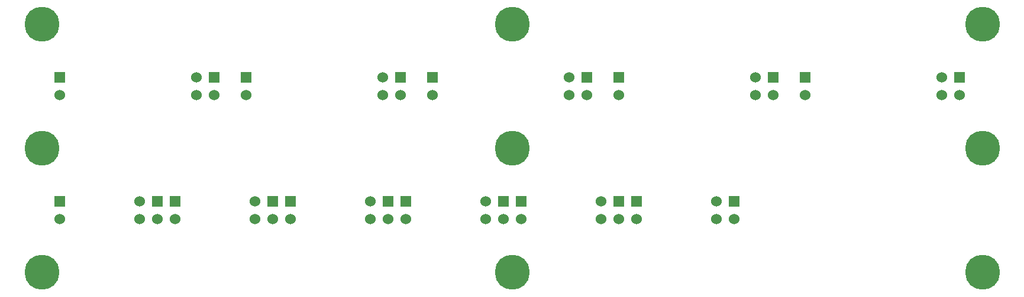
<source format=gbl>
G04 Layer: BottomLayer*
G04 EasyEDA v6.5.29, 2023-07-09 11:22:14*
G04 16bb6769e9674cb0b1f37b37bddf88b5,5a6b42c53f6a479593ecc07194224c93,10*
G04 Gerber Generator version 0.2*
G04 Scale: 100 percent, Rotated: No, Reflected: No *
G04 Dimensions in millimeters *
G04 leading zeros omitted , absolute positions ,4 integer and 5 decimal *
%FSLAX45Y45*%
%MOMM*%

%AMMACRO1*21,1,$1,$2,0,0,$3*%
%ADD10R,1.5240X1.5240*%
%ADD11C,1.5240*%
%ADD12MACRO1,1.524X1.524X-90.0000*%
%ADD13C,5.0000*%

%LPD*%
D10*
G01*
X635000Y1396974D03*
D11*
G01*
X635000Y1142974D03*
D12*
G01*
X2032000Y1396979D03*
D11*
G01*
X1778000Y1396974D03*
G01*
X2032000Y1142974D03*
G01*
X1778000Y1142974D03*
D12*
G01*
X3682994Y1396977D03*
D11*
G01*
X3429000Y1396974D03*
G01*
X3683000Y1142974D03*
G01*
X3429000Y1142974D03*
D10*
G01*
X2286000Y1396974D03*
D11*
G01*
X2286000Y1142974D03*
D12*
G01*
X5333992Y1396977D03*
D11*
G01*
X5080000Y1396974D03*
G01*
X5334000Y1142974D03*
G01*
X5080000Y1142974D03*
D10*
G01*
X3937000Y1396974D03*
D11*
G01*
X3937000Y1142974D03*
D12*
G01*
X6984989Y1396977D03*
D11*
G01*
X6731000Y1396974D03*
G01*
X6985000Y1142974D03*
G01*
X6731000Y1142974D03*
D10*
G01*
X5588000Y1396974D03*
D11*
G01*
X5588000Y1142974D03*
D12*
G01*
X8635984Y1396977D03*
D11*
G01*
X8381974Y1396974D03*
G01*
X8635974Y1142974D03*
G01*
X8381974Y1142974D03*
D10*
G01*
X7238974Y1396974D03*
D11*
G01*
X7238974Y1142974D03*
D12*
G01*
X10286982Y1396977D03*
D11*
G01*
X10032974Y1396974D03*
G01*
X10286974Y1142974D03*
G01*
X10032974Y1142974D03*
D10*
G01*
X8889974Y1396974D03*
D11*
G01*
X8889974Y1142974D03*
D10*
G01*
X11302974Y3174974D03*
D11*
G01*
X11302974Y2920974D03*
D12*
G01*
X13512774Y3174974D03*
D11*
G01*
X13258774Y3174974D03*
G01*
X13512774Y2920974D03*
G01*
X13258774Y2920974D03*
D10*
G01*
X8635974Y3174974D03*
D11*
G01*
X8635974Y2920974D03*
D12*
G01*
X10845779Y3174974D03*
D11*
G01*
X10591774Y3174974D03*
G01*
X10845774Y2920974D03*
G01*
X10591774Y2920974D03*
D12*
G01*
X8178784Y3174974D03*
D11*
G01*
X7924774Y3174974D03*
G01*
X8178774Y2920974D03*
G01*
X7924774Y2920974D03*
D10*
G01*
X5968974Y3174974D03*
D11*
G01*
X5968974Y2920974D03*
D12*
G01*
X2847995Y3174972D03*
D11*
G01*
X2594000Y3174974D03*
G01*
X2848000Y2920974D03*
G01*
X2594000Y2920974D03*
D10*
G01*
X638200Y3174974D03*
D11*
G01*
X638200Y2920974D03*
D10*
G01*
X3302000Y3174974D03*
D11*
G01*
X3302000Y2920974D03*
D12*
G01*
X5511789Y3174974D03*
D11*
G01*
X5257800Y3174974D03*
G01*
X5511800Y2920974D03*
G01*
X5257800Y2920974D03*
D13*
G01*
X381000Y3936949D03*
G01*
X13842974Y3936974D03*
G01*
X7111974Y3936974D03*
G01*
X381000Y2158974D03*
G01*
X7111974Y2159000D03*
G01*
X13842974Y2159000D03*
G01*
X381000Y381000D03*
G01*
X7111974Y381025D03*
G01*
X13842974Y381025D03*
M02*

</source>
